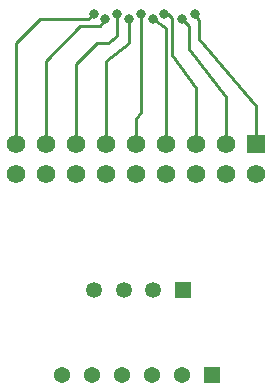
<source format=gbl>
%TF.GenerationSoftware,KiCad,Pcbnew,6.0.10-86aedd382b~118~ubuntu18.04.1*%
%TF.CreationDate,2023-06-08T12:44:11-07:00*%
%TF.ProjectId,1000027_V0,31303030-3032-4375-9f56-302e6b696361,rev?*%
%TF.SameCoordinates,Original*%
%TF.FileFunction,Copper,L2,Bot*%
%TF.FilePolarity,Positive*%
%FSLAX46Y46*%
G04 Gerber Fmt 4.6, Leading zero omitted, Abs format (unit mm)*
G04 Created by KiCad (PCBNEW 6.0.10-86aedd382b~118~ubuntu18.04.1) date 2023-06-08 12:44:11*
%MOMM*%
%LPD*%
G01*
G04 APERTURE LIST*
%TA.AperFunction,ComponentPad*%
%ADD10R,1.370000X1.370000*%
%TD*%
%TA.AperFunction,ComponentPad*%
%ADD11C,1.370000*%
%TD*%
%TA.AperFunction,ComponentPad*%
%ADD12R,1.350000X1.350000*%
%TD*%
%TA.AperFunction,ComponentPad*%
%ADD13C,1.350000*%
%TD*%
%TA.AperFunction,ComponentPad*%
%ADD14R,1.575000X1.575000*%
%TD*%
%TA.AperFunction,ComponentPad*%
%ADD15C,1.575000*%
%TD*%
%TA.AperFunction,ViaPad*%
%ADD16C,0.800000*%
%TD*%
%TA.AperFunction,Conductor*%
%ADD17C,0.250000*%
%TD*%
G04 APERTURE END LIST*
D10*
%TO.P,J3,01,01*%
%TO.N,/GND*%
X155829000Y-106299000D03*
D11*
%TO.P,J3,02,02*%
%TO.N,unconnected-(J3-Pad02)*%
X153289000Y-106299000D03*
%TO.P,J3,03,03*%
%TO.N,/SCL*%
X150749000Y-106299000D03*
%TO.P,J3,04,04*%
%TO.N,/SDA*%
X148209000Y-106299000D03*
%TO.P,J3,05,05*%
%TO.N,/Vcc (3.3V)*%
X145669000Y-106299000D03*
%TO.P,J3,06,06*%
%TO.N,unconnected-(J3-Pad06)*%
X143129000Y-106299000D03*
%TD*%
D12*
%TO.P,J4,1,1*%
%TO.N,/GND*%
X153356000Y-99105800D03*
D13*
%TO.P,J4,2,2*%
%TO.N,/SCL*%
X150856000Y-99105800D03*
%TO.P,J4,3,3*%
%TO.N,/SDA*%
X148356000Y-99105800D03*
%TO.P,J4,4,4*%
%TO.N,/Vcc (3.3V)*%
X145856000Y-99105800D03*
%TD*%
D14*
%TO.P,J1,01,01*%
%TO.N,C1*%
X159530000Y-86778000D03*
D15*
%TO.P,J1,02,02*%
%TO.N,C2*%
X159530000Y-89318000D03*
%TO.P,J1,03,03*%
%TO.N,C3*%
X156990000Y-86778000D03*
%TO.P,J1,04,04*%
%TO.N,C4*%
X156990000Y-89318000D03*
%TO.P,J1,05,05*%
%TO.N,C5*%
X154450000Y-86778000D03*
%TO.P,J1,06,06*%
%TO.N,C6*%
X154450000Y-89318000D03*
%TO.P,J1,07,07*%
%TO.N,C7*%
X151910000Y-86778000D03*
%TO.P,J1,08,08*%
%TO.N,C8*%
X151910000Y-89318000D03*
%TO.P,J1,09,09*%
%TO.N,C9*%
X149370000Y-86778000D03*
%TO.P,J1,10,10*%
%TO.N,C10*%
X149370000Y-89318000D03*
%TO.P,J1,11,11*%
%TO.N,C11*%
X146830000Y-86778000D03*
%TO.P,J1,12,12*%
%TO.N,C12*%
X146830000Y-89318000D03*
%TO.P,J1,13,13*%
%TO.N,C13*%
X144290000Y-86778000D03*
%TO.P,J1,14,14*%
%TO.N,C14*%
X144290000Y-89318000D03*
%TO.P,J1,15,15*%
%TO.N,C15*%
X141750000Y-86778000D03*
%TO.P,J1,16,16*%
%TO.N,C16*%
X141750000Y-89318000D03*
%TO.P,J1,17,17*%
%TO.N,C17*%
X139210000Y-86778000D03*
%TO.P,J1,18,18*%
%TO.N,C18*%
X139210000Y-89318000D03*
%TD*%
D16*
%TO.N,C1*%
X154400000Y-75775000D03*
%TO.N,C3*%
X153275000Y-76225000D03*
%TO.N,C5*%
X151800000Y-75775000D03*
%TO.N,C7*%
X150825000Y-76225000D03*
%TO.N,C9*%
X149825000Y-75800000D03*
%TO.N,C11*%
X148825000Y-76225000D03*
%TO.N,C13*%
X147775000Y-75775000D03*
%TO.N,C15*%
X146800000Y-76200000D03*
%TO.N,C17*%
X145800000Y-75750000D03*
%TD*%
D17*
%TO.N,C1*%
X154400000Y-75775000D02*
X154686000Y-76327000D01*
X154686000Y-77851000D02*
X159530000Y-83584000D01*
X154686000Y-76327000D02*
X154686000Y-77851000D01*
X159530000Y-83584000D02*
X159530000Y-86778000D01*
%TO.N,C3*%
X153850000Y-78700000D02*
X156990000Y-82822000D01*
X153850000Y-78700000D02*
X153850000Y-76800000D01*
X153850000Y-76800000D02*
X153275000Y-76225000D01*
X156990000Y-82822000D02*
X156990000Y-86778000D01*
%TO.N,C5*%
X152400000Y-79248000D02*
X152400000Y-76073000D01*
X152400000Y-76073000D02*
X152102000Y-75775000D01*
X154450000Y-86778000D02*
X154450000Y-82060000D01*
X152102000Y-75775000D02*
X151800000Y-75775000D01*
X154450000Y-82060000D02*
X152400000Y-79248000D01*
%TO.N,C7*%
X151910000Y-76980000D02*
X151910000Y-86778000D01*
X150825000Y-76225000D02*
X151910000Y-76980000D01*
%TO.N,C9*%
X149370000Y-84691000D02*
X149370000Y-86778000D01*
X149825000Y-84050000D02*
X149370000Y-84691000D01*
X149825000Y-75800000D02*
X149825000Y-84050000D01*
%TO.N,C11*%
X148825000Y-78200000D02*
X146830000Y-79738000D01*
X146830000Y-79738000D02*
X146830000Y-86778000D01*
X148825000Y-76225000D02*
X148825000Y-78200000D01*
%TO.N,C13*%
X144290000Y-79992000D02*
X144290000Y-86778000D01*
X147000000Y-78232000D02*
X146050000Y-78232000D01*
X146050000Y-78232000D02*
X144290000Y-79992000D01*
X147775000Y-75775000D02*
X147775000Y-77650000D01*
X147775000Y-77650000D02*
X147000000Y-78232000D01*
%TO.N,C15*%
X141750000Y-79738000D02*
X144663000Y-76825000D01*
X146350000Y-76825000D02*
X146800000Y-76200000D01*
X141750000Y-86778000D02*
X141750000Y-79738000D01*
X144663000Y-76825000D02*
X146350000Y-76825000D01*
%TO.N,C17*%
X145350000Y-76200000D02*
X145800000Y-75750000D01*
X139210000Y-86778000D02*
X139210000Y-78214000D01*
X139210000Y-78214000D02*
X141224000Y-76200000D01*
X141224000Y-76200000D02*
X145350000Y-76200000D01*
%TD*%
M02*

</source>
